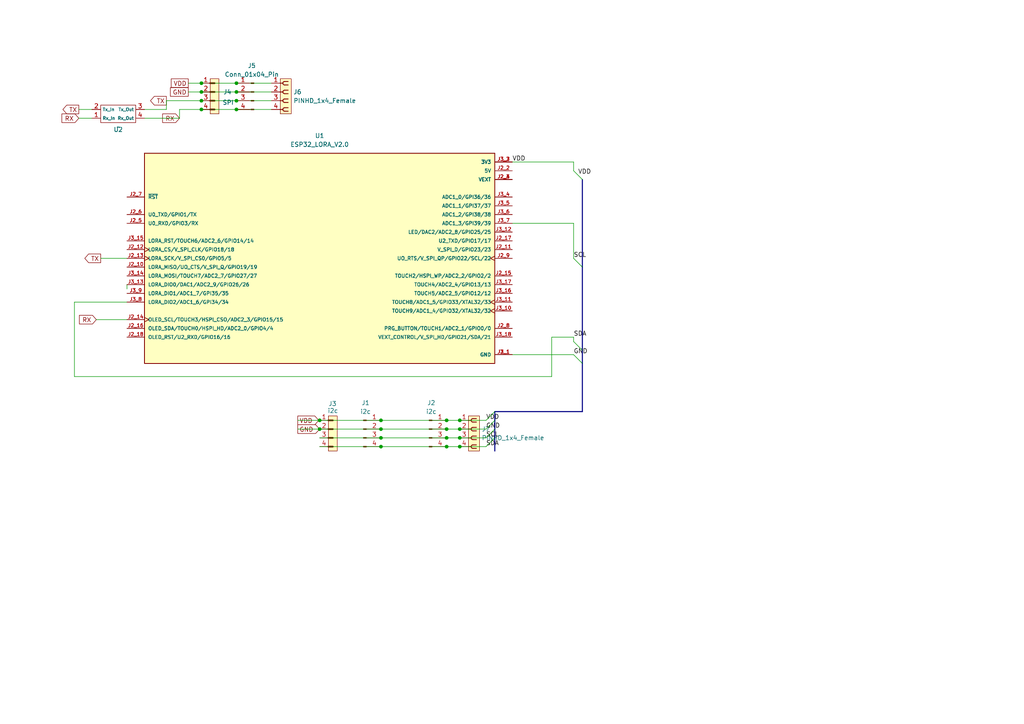
<source format=kicad_sch>
(kicad_sch (version 20250114) (generator "eeschema") (generator_version "9.0")
  (paper "A4")
  (lib_symbols
    (symbol "Connector:Conn_01x04_Pin" (pin_names (offset 1.016) (hide yes))
      (property "Reference" "J" (at 0 5.08 0))
      (property "Value" "Conn_01x04_Pin" (at 0 -7.62 0))
      (symbol "Conn_01x04_Pin_1_1"
        (rectangle (start 0.8636 2.667) (end 0 2.413) (stroke (width 0.1524)) (fill (type outline)))
        (rectangle (start 0.8636 0.127) (end 0 -0.127) (stroke (width 0.1524)) (fill (type outline)))
        (rectangle (start 0.8636 -2.413) (end 0 -2.667) (stroke (width 0.1524)) (fill (type outline)))
        (rectangle (start 0.8636 -4.953) (end 0 -5.207) (stroke (width 0.1524)) (fill (type outline)))
        (polyline (pts (xy 1.27 2.54) (xy 0.8636 2.54)) (stroke (width 0.1524)))
        (polyline (pts (xy 1.27 0) (xy 0.8636 0)) (stroke (width 0.1524)))
        (polyline (pts (xy 1.27 -2.54) (xy 0.8636 -2.54)) (stroke (width 0.1524)))
        (polyline (pts (xy 1.27 -5.08) (xy 0.8636 -5.08)) (stroke (width 0.1524)))
        (pin passive line (at 5.08 2.54 180) (length 3.81) (name "Pin_1") (number "1"))
        (pin passive line (at 5.08 0 180) (length 3.81) (name "Pin_2") (number "2"))
        (pin passive line (at 5.08 -2.54 180) (length 3.81) (name "Pin_3") (number "3"))
        (pin passive line (at 5.08 -5.08 180) (length 3.81) (name "Pin_4") (number "4"))
      )
    )
    (symbol "ESP32_LORA_V2.0:ESP32_LORA_V2.0" (pin_names (offset 1.016))
      (property "Reference" "U1" (at 0 35.56 0))
      (property "Value" "ESP32_LORA_V2.0" (at 0 33.02 0))
      (symbol "ESP32_LORA_V2.0_0_0"
        (rectangle (start -50.8 -30.48) (end 50.8 30.48) (stroke (width 0.254)) (fill (type background)))
        (pin input line (at -55.88 17.78 0) (length 5.08) (name "~{RST}") (number "J2_7"))
        (pin bidirectional line (at -55.88 12.7 0) (length 5.08) (name "U0_TXD/GPIO1/TX") (number "J2_6"))
        (pin bidirectional line (at -55.88 10.16 0) (length 5.08) (name "U0_RXD/GPIO3/RX") (number "J2_5"))
        (pin bidirectional line (at -55.88 5.08 0) (length 5.08) (name "LORA_RST/TOUCH6/ADC2_6/GPIO14/14") (number "J3_15"))
        (pin bidirectional clock (at -55.88 2.54 0) (length 5.08) (name "LORA_CS/V_SPI_CLK/GPIO18/18") (number "J2_12"))
        (pin bidirectional clock (at -55.88 0 0) (length 5.08) (name "LORA_SCK/V_SPI_CS0/GPIO5/5") (number "J2_13"))
        (pin bidirectional line (at -55.88 -2.54 0) (length 5.08) (name "LORA_MISO/UO_CTS/V_SPI_Q/GPIO19/19") (number "J2_10"))
        (pin bidirectional line (at -55.88 -5.08 0) (length 5.08) (name "LORA_MOSI/TOUCH7/ADC2_7/GPIO27/27") (number "J3_14"))
        (pin bidirectional line (at -55.88 -7.62 0) (length 5.08) (name "LORA_DIO0/DAC1/ADC2_9/GPIO26/26") (number "J3_13"))
        (pin bidirectional line (at -55.88 -10.16 0) (length 5.08) (name "LORA_DIO1/ADC1_7/GPI35/35") (number "J3_9"))
        (pin bidirectional line (at -55.88 -12.7 0) (length 5.08) (name "LORA_DIO2/ADC1_6/GPI34/34") (number "J3_8"))
        (pin bidirectional clock (at -55.88 -17.78 0) (length 5.08) (name "OLED_SCL/TOUCH3/HSPI_CSO/ADC2_3/GPIO15/15") (number "J2_14"))
        (pin bidirectional line (at -55.88 -20.32 0) (length 5.08) (name "OLED_SDA/TOUCH0/HSPI_HD/ADC2_0/GPIO4/4") (number "J2_16"))
        (pin bidirectional line (at -55.88 -22.86 0) (length 5.08) (name "OLED_RST/U2_RXD/GPIO16/16") (number "J2_18"))
        (pin power_out line (at 55.88 27.94 180) (length 5.08) (name "3V3") (number "J3_2"))
        (pin power_in line (at 55.88 27.94 180) (length 5.08) (name "3V3") (number "J3_3"))
        (pin power_in line (at 55.88 22.86 180) (length 5.08) (name "VEXT") (number "J2_4"))
        (pin bidirectional line (at 55.88 17.78 180) (length 5.08) (name "ADC1_0/GPI36/36") (number "J3_4"))
        (pin bidirectional line (at 55.88 15.24 180) (length 5.08) (name "ADC1_1/GPI37/37") (number "J3_5"))
        (pin bidirectional line (at 55.88 12.7 180) (length 5.08) (name "ADC1_2/GPI38/38") (number "J3_6"))
        (pin bidirectional line (at 55.88 10.16 180) (length 5.08) (name "ADC1_3/GPI39/39") (number "J3_7"))
        (pin bidirectional line (at 55.88 7.62 180) (length 5.08) (name "LED/DAC2/ADC2_8/GPIO25/25") (number "J3_12"))
        (pin bidirectional line (at 55.88 5.08 180) (length 5.08) (name "U2_TXD/GPIO17/17") (number "J2_17"))
        (pin bidirectional line (at 55.88 2.54 180) (length 5.08) (name "V_SPI_D/GPIO23/23") (number "J2_11"))
        (pin bidirectional clock (at 55.88 0 180) (length 5.08) (name "UO_RTS/V_SPI_QP/GPIO22/SCL/22") (number "J2_9"))
        (pin bidirectional line (at 55.88 -5.08 180) (length 5.08) (name "TOUCH2/HSPI_WP/ADC2_2/GPIO2/2") (number "J2_15"))
        (pin bidirectional line (at 55.88 -7.62 180) (length 5.08) (name "TOUCH4/ADC2_4/GPIO13/13") (number "J3_17"))
        (pin bidirectional line (at 55.88 -10.16 180) (length 5.08) (name "TOUCH5/ADC2_5/GPIO12/12") (number "J3_16"))
        (pin bidirectional clock (at 55.88 -12.7 180) (length 5.08) (name "TOUCH8/ADC1_5/GPIO33/XTAL32/33") (number "J3_11"))
        (pin bidirectional clock (at 55.88 -15.24 180) (length 5.08) (name "TOUCH9/ADC1_4/GPIO32/XTAL32/32") (number "J3_10"))
        (pin bidirectional line (at 55.88 -20.32 180) (length 5.08) (name "PRG_BUTTON/TOUCH1/ADC2_1/GPIO0/0") (number "J2_8"))
        (pin bidirectional line (at 55.88 -22.86 180) (length 5.08) (name "VEXT_CONTROL/V_SPI_HD/GPIO21/SDA/21") (number "J3_18"))
        (pin power_in line (at 55.88 -27.94 180) (length 5.08) (name "GND") (number "J3_1"))
      )
      (symbol "ESP32_LORA_V2.0_1_0"
        (pin power_out line (at 55.88 25.4 180) (length 5.08) (name "5V") (number "J2_2"))
        (pin power_out line (at 55.88 22.86 180) (length 5.08) (name "VEXT") (number "J2_3"))
        (pin power_out line (at 55.88 -27.94 180) (length 5.08) (name "GND") (number "J2_1"))
      )
    )
    (symbol "PCM_SL_Pin_Headers:PINHD_1x4_Female"
      (property "Reference" "J" (at 0 10.16 0))
      (property "Value" "PINHD_1x4_Female" (at 0 7.62 0))
      (symbol "PINHD_1x4_Female_0_1"
        (rectangle (start -1.27 5.08) (end 1.905 -5.08) (fill (type background)))
        (polyline (pts (xy -1.27 3.81) (xy -0.508 3.81)) (stroke (width 0.25)))
        (polyline (pts (xy -1.27 1.27) (xy -0.508 1.27)) (stroke (width 0.25)))
        (polyline (pts (xy -1.27 -1.27) (xy -0.508 -1.27)) (stroke (width 0.25)))
        (polyline (pts (xy -1.27 -3.81) (xy -0.508 -3.81)) (stroke (width 0.25)))
        (polyline (pts (xy 0 4.318) (xy 1.016 4.318)) (stroke (width 0.25)))
        (arc (start -0.508 3.81) (mid -0.3592 4.1692) (end 0 4.318) (stroke (width 0.25)))
        (arc (start 0 3.302) (mid -0.3592 3.4508) (end -0.508 3.81) (stroke (width 0.25)))
        (polyline (pts (xy 0 3.302) (xy 1.016 3.302)) (stroke (width 0.25)))
        (polyline (pts (xy 0 1.778) (xy 1.016 1.778)) (stroke (width 0.25)))
        (arc (start -0.508 1.27) (mid -0.3592 1.6292) (end 0 1.778) (stroke (width 0.25)))
        (arc (start 0 0.762) (mid -0.3592 0.9108) (end -0.508 1.27) (stroke (width 0.25)))
        (polyline (pts (xy 0 0.762) (xy 1.016 0.762)) (stroke (width 0.25)))
        (polyline (pts (xy 0 -0.762) (xy 1.016 -0.762)) (stroke (width 0.25)))
        (arc (start -0.508 -1.27) (mid -0.3592 -0.9108) (end 0 -0.762) (stroke (width 0.25)))
        (arc (start 0 -1.778) (mid -0.3592 -1.6292) (end -0.508 -1.27) (stroke (width 0.25)))
        (polyline (pts (xy 0 -1.778) (xy 1.016 -1.778)) (stroke (width 0.25)))
        (polyline (pts (xy 0 -3.302) (xy 1.016 -3.302)) (stroke (width 0.25)))
        (arc (start -0.508 -3.81) (mid -0.3592 -3.4508) (end 0 -3.302) (stroke (width 0.25)))
        (arc (start 0 -4.318) (mid -0.3592 -4.1692) (end -0.508 -3.81) (stroke (width 0.25)))
        (polyline (pts (xy 0 -4.318) (xy 1.016 -4.318)) (stroke (width 0.25)))
      )
      (symbol "PINHD_1x4_Female_1_1"
        (pin passive line (at -3.81 3.81 0) (length 2.54) (name "") (number "1"))
        (pin passive line (at -3.81 1.27 0) (length 2.54) (name "") (number "2"))
        (pin passive line (at -3.81 -1.27 0) (length 2.54) (name "") (number "3"))
        (pin passive line (at -3.81 -3.81 0) (length 2.54) (name "") (number "4"))
      )
    )
    (symbol "PCM_SL_Pin_Headers:PINHD_1x4_Male"
      (property "Reference" "J" (at 0 8.89 0))
      (property "Value" "PINHD_1x4_Male" (at 0 6.35 0))
      (symbol "PINHD_1x4_Male_0_1"
        (rectangle (start -1.27 5.08) (end 1.27 -5.08) (fill (type background)))
        (polyline (pts (xy -1.27 3.81) (xy 0 3.81)) (stroke (width 0.3)))
        (polyline (pts (xy -1.27 3.81) (xy 0 3.81)) (stroke (width 0.5)))
        (polyline (pts (xy -1.27 1.27) (xy 0 1.27)) (stroke (width 0.3)))
        (polyline (pts (xy -1.27 1.27) (xy 0 1.27)) (stroke (width 0.5)))
        (polyline (pts (xy -1.27 -1.27) (xy 0 -1.27)) (stroke (width 0.3)))
        (polyline (pts (xy -1.27 -1.27) (xy 0 -1.27)) (stroke (width 0.5)))
        (polyline (pts (xy -1.27 -3.81) (xy 0 -3.81)) (stroke (width 0.3)))
        (polyline (pts (xy -1.27 -3.81) (xy 0 -3.81)) (stroke (width 0.5)))
      )
      (symbol "PINHD_1x4_Male_1_1"
        (pin passive line (at -3.81 3.81 0) (length 2.54) (name "") (number "1"))
        (pin passive line (at -3.81 1.27 0) (length 2.54) (name "") (number "2"))
        (pin passive line (at -3.81 -1.27 0) (length 2.54) (name "") (number "3"))
        (pin passive line (at -3.81 -3.81 0) (length 2.54) (name "") (number "4"))
      )
    )
    (symbol "poka-yoke_rxtx:poka_yoke_txrx"
      (property "Reference" "U" (at 0 3.81 0))
      (symbol "poka_yoke_txrx_0_1"
        (rectangle (start -5.08 2.54) (end 5.08 -2.54))
      )
      (symbol "poka_yoke_txrx_1_1"
        (pin input line (at -7.62 1.27 0) (length 2.54) (name "Rx_In") (number "1"))
        (pin input line (at -7.62 -1.27 0) (length 2.54) (name "Tx_In") (number "2"))
        (pin output line (at 7.62 1.27 180) (length 2.54) (name "Rx_Out") (number "4"))
        (pin output line (at 7.62 -1.27 180) (length 2.54) (name "Tx_Out") (number "3"))
      )
    )
  )
  (junction (at 92.71 121.92))
  (junction (at 92.71 124.46))
  (junction (at 133.35 124.46))
  (junction (at 129.54 127))
  (junction (at 133.35 129.54))
  (junction (at 68.58 26.67))
  (junction (at 110.49 127))
  (junction (at 58.42 24.13))
  (junction (at 110.49 124.46))
  (junction (at 133.35 121.92))
  (junction (at 68.58 29.21))
  (junction (at 129.54 124.46))
  (junction (at 58.42 29.21))
  (junction (at 110.49 121.92))
  (junction (at 129.54 121.92))
  (junction (at 58.42 31.75))
  (junction (at 110.49 129.54))
  (junction (at 68.58 31.75))
  (junction (at 58.42 26.67))
  (junction (at 133.35 127))
  (junction (at 68.58 24.13))
  (junction (at 129.54 129.54))
  (bus_entry (at 166.37 102.87) (size 2.54 2.54))
  (bus_entry (at 140.97 124.46) (size 2.54 -2.54))
  (bus_entry (at 166.37 74.93) (size 2.54 2.54))
  (bus_entry (at 166.37 49.53) (size 2.54 2.54))
  (bus_entry (at 140.97 129.54) (size 2.54 -2.54))
  (bus_entry (at 140.97 121.92) (size 2.54 -2.54))
  (bus_entry (at 166.37 99.06) (size 2.54 2.54))
  (bus_entry (at 140.97 127) (size 2.54 -2.54))
  (wire (pts (xy 166.37 49.53) (xy 166.37 46.99)))
  (wire (pts (xy 110.49 121.92) (xy 129.54 121.92)))
  (wire (pts (xy 26.67 34.29) (xy 22.86 34.29)))
  (wire (pts (xy 129.54 124.46) (xy 133.35 124.46)))
  (bus (pts (xy 143.51 119.38) (xy 143.51 121.92)))
  (wire (pts (xy 110.49 129.54) (xy 129.54 129.54)))
  (bus (pts (xy 168.91 101.6) (xy 168.91 105.41)))
  (wire (pts (xy 58.42 31.75) (xy 68.58 31.75)))
  (wire (pts (xy 48.26 29.21) (xy 58.42 29.21)))
  (wire (pts (xy 68.58 24.13) (xy 78.74 24.13)))
  (wire (pts (xy 86.36 124.46) (xy 92.71 124.46)))
  (wire (pts (xy 133.35 124.46) (xy 140.97 124.46)))
  (bus (pts (xy 143.51 124.46) (xy 143.51 127)))
  (wire (pts (xy 41.91 34.29) (xy 52.07 34.29)))
  (wire (pts (xy 92.71 121.92) (xy 110.49 121.92)))
  (wire (pts (xy 110.49 127) (xy 129.54 127)))
  (bus (pts (xy 168.91 119.38) (xy 143.51 119.38)))
  (wire (pts (xy 48.26 29.21) (xy 48.26 31.75)))
  (wire (pts (xy 36.83 83.82) (xy 36.83 82.55)))
  (wire (pts (xy 29.21 74.93) (xy 36.83 74.93)))
  (wire (pts (xy 166.37 64.77) (xy 148.59 64.77)))
  (wire (pts (xy 58.42 26.67) (xy 68.58 26.67)))
  (wire (pts (xy 92.71 127) (xy 110.49 127)))
  (wire (pts (xy 133.35 129.54) (xy 140.97 129.54)))
  (bus (pts (xy 143.51 127) (xy 143.51 130.81)))
  (wire (pts (xy 41.91 31.75) (xy 48.26 31.75)))
  (wire (pts (xy 92.71 124.46) (xy 110.49 124.46)))
  (wire (pts (xy 68.58 26.67) (xy 78.74 26.67)))
  (wire (pts (xy 110.49 124.46) (xy 129.54 124.46)))
  (wire (pts (xy 52.07 34.29) (xy 52.07 31.75)))
  (wire (pts (xy 133.35 121.92) (xy 140.97 121.92)))
  (bus (pts (xy 143.51 121.92) (xy 143.51 124.46)))
  (wire (pts (xy 129.54 121.92) (xy 133.35 121.92)))
  (bus (pts (xy 168.91 77.47) (xy 168.91 101.6)))
  (wire (pts (xy 129.54 129.54) (xy 133.35 129.54)))
  (wire (pts (xy 92.71 129.54) (xy 110.49 129.54)))
  (wire (pts (xy 26.67 31.75) (xy 22.86 31.75)))
  (wire (pts (xy 166.37 99.06) (xy 166.37 97.79)))
  (wire (pts (xy 166.37 74.93) (xy 166.37 64.77)))
  (wire (pts (xy 21.59 109.22) (xy 160.02 109.22)))
  (wire (pts (xy 133.35 127) (xy 140.97 127)))
  (wire (pts (xy 129.54 127) (xy 133.35 127)))
  (wire (pts (xy 52.07 31.75) (xy 58.42 31.75)))
  (bus (pts (xy 168.91 52.07) (xy 168.91 77.47)))
  (wire (pts (xy 54.61 26.67) (xy 58.42 26.67)))
  (wire (pts (xy 86.36 121.92) (xy 92.71 121.92)))
  (wire (pts (xy 68.58 31.75) (xy 78.74 31.75)))
  (wire (pts (xy 160.02 109.22) (xy 160.02 97.79)))
  (wire (pts (xy 68.58 29.21) (xy 78.74 29.21)))
  (wire (pts (xy 148.59 102.87) (xy 166.37 102.87)))
  (wire (pts (xy 160.02 97.79) (xy 166.37 97.79)))
  (wire (pts (xy 58.42 24.13) (xy 68.58 24.13)))
  (bus (pts (xy 168.91 105.41) (xy 168.91 119.38)))
  (wire (pts (xy 58.42 29.21) (xy 68.58 29.21)))
  (wire (pts (xy 21.59 87.63) (xy 21.59 109.22)))
  (wire (pts (xy 36.83 87.63) (xy 21.59 87.63)))
  (wire (pts (xy 58.42 24.13) (xy 54.61 24.13)))
  (wire (pts (xy 148.59 46.99) (xy 166.37 46.99)))
  (wire (pts (xy 27.94 92.71) (xy 36.83 92.71)))
  (label "GND" (at 166.37 102.87 0))
  (label "SCL" (at 140.97 127 0))
  (label "VDD" (at 140.97 121.92 0))
  (label "VDD" (at 167.64 50.8 0))
  (label "SCL" (at 166.37 74.93 0))
  (label "VDD" (at 148.59 46.99 0))
  (label "SDA" (at 140.97 129.54 0))
  (label "GND" (at 140.97 124.46 0))
  (label "SDA" (at 166.37 97.79 0))
  (global_label "TX" (shape output) (at 29.21 74.93 180) (property "Intersheetrefs" "${INTERSHEET_REFS}" (effects (hide yes))))
  (global_label "RX" (shape input) (at 22.86 34.29 180) (property "Intersheetrefs" "${INTERSHEET_REFS}" (effects (hide yes))))
  (global_label "VDD" (shape output) (at 86.36 121.92 0) (property "Intersheetrefs" "${INTERSHEET_REFS}" (effects (hide yes))))
  (global_label "TX" (shape output) (at 22.86 31.75 180) (property "Intersheetrefs" "${INTERSHEET_REFS}" (effects (hide yes))))
  (global_label "TX" (shape output) (at 48.26 29.21 180) (property "Intersheetrefs" "${INTERSHEET_REFS}" (effects (hide yes))))
  (global_label "RX" (shape input) (at 52.07 34.29 180) (property "Intersheetrefs" "${INTERSHEET_REFS}" (effects (hide yes))))
  (global_label "GND" (shape output) (at 86.36 124.46 0) (property "Intersheetrefs" "${INTERSHEET_REFS}" (effects (hide yes))))
  (global_label "VDD" (shape passive) (at 54.61 24.13 180) (property "Intersheetrefs" "${INTERSHEET_REFS}" (effects (hide yes))))
  (global_label "RX" (shape input) (at 27.94 92.71 180) (property "Intersheetrefs" "${INTERSHEET_REFS}" (effects (hide yes))))
  (global_label "GND" (shape passive) (at 54.61 26.67 180) (property "Intersheetrefs" "${INTERSHEET_REFS}" (effects (hide yes))))
  (symbol (lib_id "PCM_SL_Pin_Headers:PINHD_1x4_Female") (at 82.55 27.94 0) (unit 1)
    (property "Reference" "J6" (at 85.09 26.6699 0) (effects (justify left)))
    (property "Value" "PINHD_1x4_Female" (at 85.09 29.2099 0) (effects (justify left)))
    (property "Footprint" "Connector_PinSocket_2.54mm:PinSocket_1x04_P2.54mm_Vertical" (effects (hide yes)))
    (property "Description" "Pin Header female with pin space 2.54mm. Pin Count -4" (effects (hide yes)))
  )
  (symbol (lib_id "poka-yoke_rxtx:poka_yoke_txrx") (at 34.29 33.02 0) (mirror x) (unit 1)
    (property "Reference" "U2" (at 34.29 37.592 0))
    (property "Value" "~" (at 34.29 36.83 0))
    (property "Footprint" "Connector_PinHeader_2.54mm:PinHeader_2x02_P2.54mm_Vertical" (effects (hide yes)))
  )
  (symbol (lib_id "PCM_SL_Pin_Headers:PINHD_1x4_Male") (at 96.52 125.73 0) (unit 1)
    (property "Reference" "J3" (at 95.25 117.094 0) (effects (justify left)))
    (property "Value" "i2c" (at 94.996 119.126 0) (effects (justify left)))
    (property "Footprint" "Connector_PinHeader_2.54mm:PinHeader_1x04_P2.54mm_Vertical" (effects (hide yes)))
    (property "Description" "Pin Header male with pin space 2.54mm. Pin Count -4" (effects (hide yes)))
  )
  (symbol (lib_id "ESP32_LORA_V2.0:ESP32_LORA_V2.0") (at 92.71 74.93 0) (unit 1)
    (property "Reference" "U1" (at 92.71 39.37 0))
    (property "Value" "ESP32_LORA_V2.0" (at 92.71 41.91 0))
    (property "Footprint" "ESP32_LORA_V2:MODULE_ESP32_LORA_V2.0" (effects (hide yes)))
    (property "MF" "Heltec Automation" (effects (hide yes)))
    (property "MAXIMUM_PACKAGE_HEIGHT" "10.2mm" (effects (hide yes)))
    (property "Package" "Package" (effects (hide yes)))
    (property "Price" "None" (effects (hide yes)))
    (property "Check_prices" "https://www.snapeda.com/parts/ESP32%20LoRa%20V2.0/Heltec+Automation/view-part/?ref=eda" (effects (hide yes)))
    (property "STANDARD" "Manufacturer Recommendations" (effects (hide yes)))
    (property "PARTREV" "2.0" (effects (hide yes)))
    (property "SnapEDA_Link" "https://www.snapeda.com/parts/ESP32%20LoRa%20V2.0/Heltec+Automation/view-part/?ref=snap" (effects (hide yes)))
    (property "MP" "ESP32 LoRa V2.0" (effects (hide yes)))
    (property "Description_1" "\n                        \n                            Development board combining an ESP32 microcontroller with a LoRa (Long Range) transceiver module.\n                        \n" (effects (hide yes)))
    (property "Availability" "Not in stock" (effects (hide yes)))
    (property "MANUFACTURER" "Heltec Automation" (effects (hide yes)))
  )
  (symbol (lib_id "PCM_SL_Pin_Headers:PINHD_1x4_Male") (at 62.23 27.94 0) (unit 1)
    (property "Reference" "J4" (at 64.77 26.6699 0) (effects (justify left)))
    (property "Value" "SPI" (at 64.516 29.718 0) (effects (justify left)))
    (property "Footprint" "Connector_PinHeader_2.54mm:PinHeader_1x04_P2.54mm_Vertical" (effects (hide yes)))
    (property "Description" "Pin Header male with pin space 2.54mm. Pin Count -4" (effects (hide yes)))
  )
  (symbol (lib_id "Connector:Conn_01x04_Pin") (at 105.41 124.46 0) (unit 1)
    (property "Reference" "J1" (at 106.045 116.84 0))
    (property "Value" "i2c" (at 106.045 119.38 0))
    (property "Footprint" "Connector_JST:JST_XH_B4B-XH-A_1x04_P2.50mm_Vertical" (effects (hide yes)))
    (property "Description" "Generic connector, single row, 01x04, script generated" (effects (hide yes)))
  )
  (symbol (lib_id "PCM_SL_Pin_Headers:PINHD_1x4_Female") (at 137.16 125.73 0) (unit 1)
    (property "Reference" "J7" (at 139.7 124.4599 0) (effects (justify left)))
    (property "Value" "PINHD_1x4_Female" (at 139.7 126.9999 0) (effects (justify left)))
    (property "Footprint" "Connector_PinSocket_2.54mm:PinSocket_1x04_P2.54mm_Vertical" (effects (hide yes)))
    (property "Description" "Pin Header female with pin space 2.54mm. Pin Count -4" (effects (hide yes)))
  )
  (symbol (lib_id "Connector:Conn_01x04_Pin") (at 124.46 124.46 0) (unit 1)
    (property "Reference" "J2" (at 125.095 116.84 0))
    (property "Value" "i2c" (at 125.095 119.38 0))
    (property "Footprint" "Connector_JST:JST_XH_B4B-XH-A_1x04_P2.50mm_Vertical" (effects (hide yes)))
    (property "Description" "Generic connector, single row, 01x04, script generated" (effects (hide yes)))
  )
  (symbol (lib_id "Connector:Conn_01x04_Pin") (at 73.66 26.67 0) (mirror y) (unit 1)
    (property "Reference" "J5" (at 73.025 19.05 0))
    (property "Value" "Conn_01x04_Pin" (at 73.025 21.59 0))
    (property "Footprint" "Connector_JST:JST_XH_B4B-XH-A_1x04_P2.50mm_Vertical" (effects (hide yes)))
    (property "Description" "Generic connector, single row, 01x04, script generated" (effects (hide yes)))
  )
)
</source>
